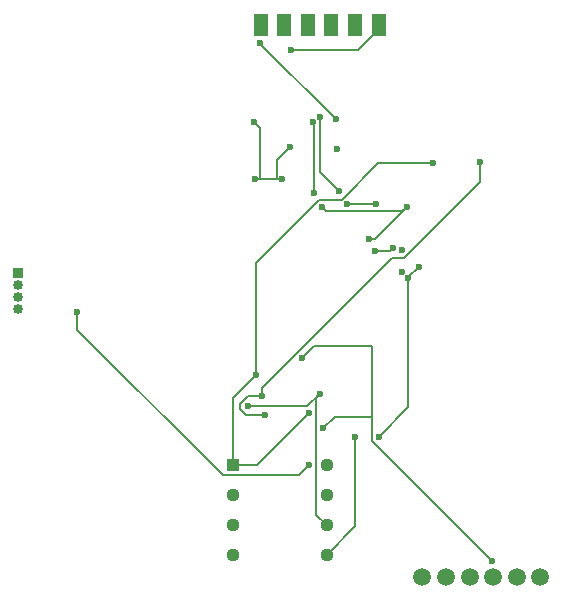
<source format=gbr>
%TF.GenerationSoftware,KiCad,Pcbnew,9.0.2*%
%TF.CreationDate,2025-08-05T13:11:17+05:30*%
%TF.ProjectId,dac,6461632e-6b69-4636-9164-5f7063625858,rev?*%
%TF.SameCoordinates,Original*%
%TF.FileFunction,Copper,L2,Bot*%
%TF.FilePolarity,Positive*%
%FSLAX46Y46*%
G04 Gerber Fmt 4.6, Leading zero omitted, Abs format (unit mm)*
G04 Created by KiCad (PCBNEW 9.0.2) date 2025-08-05 13:11:17*
%MOMM*%
%LPD*%
G01*
G04 APERTURE LIST*
%TA.AperFunction,ComponentPad*%
%ADD10R,1.270000X1.905000*%
%TD*%
%TA.AperFunction,ComponentPad*%
%ADD11R,0.850000X0.850000*%
%TD*%
%TA.AperFunction,ComponentPad*%
%ADD12C,0.850000*%
%TD*%
%TA.AperFunction,ComponentPad*%
%ADD13R,1.130000X1.130000*%
%TD*%
%TA.AperFunction,ComponentPad*%
%ADD14C,1.130000*%
%TD*%
%TA.AperFunction,ComponentPad*%
%ADD15C,1.500000*%
%TD*%
%TA.AperFunction,ViaPad*%
%ADD16C,0.600000*%
%TD*%
%TA.AperFunction,Conductor*%
%ADD17C,0.200000*%
%TD*%
G04 APERTURE END LIST*
D10*
%TO.P,J1,1,Pin_1*%
%TO.N,AGND*%
X119700000Y-66000000D03*
%TO.P,J1,2,Pin_2*%
%TO.N,LCK*%
X121652000Y-66000000D03*
%TO.P,J1,3,Pin_3*%
%TO.N,DAT*%
X123700000Y-66000000D03*
%TO.P,J1,4,Pin_4*%
%TO.N,BCK*%
X125700000Y-66000000D03*
%TO.P,J1,5,Pin_5*%
%TO.N,SCK*%
X127700000Y-66000000D03*
%TO.P,J1,6,Pin_6*%
%TO.N,GND*%
X129700000Y-66000000D03*
%TD*%
D11*
%TO.P,J3,1,Pin_1*%
%TO.N,+5V*%
X99200000Y-87000000D03*
D12*
%TO.P,J3,2,Pin_2*%
%TO.N,unconnected-(J3-Pin_2-Pad2)*%
X99200000Y-88000000D03*
%TO.P,J3,3,Pin_3*%
%TO.N,unconnected-(J3-Pin_3-Pad3)*%
X99200000Y-89000000D03*
%TO.P,J3,4,Pin_4*%
%TO.N,GND*%
X99200000Y-90000000D03*
%TD*%
D13*
%TO.P,U3,1,OUT_A*%
%TO.N,Net-(U3-OUT_A)*%
X117355000Y-103240000D03*
D14*
%TO.P,U3,2,-IN_A*%
%TO.N,Net-(U3--IN_A)*%
X117355000Y-105780000D03*
%TO.P,U3,3,+IN_A*%
%TO.N,AGND*%
X117355000Y-108320000D03*
%TO.P,U3,4,V-*%
X117355000Y-110860000D03*
%TO.P,U3,5,+IN_B*%
X125295000Y-110860000D03*
%TO.P,U3,6,-IN_B*%
%TO.N,Net-(U3--IN_B)*%
X125295000Y-108320000D03*
%TO.P,U3,7,OUT_B*%
%TO.N,Net-(U3-OUT_B)*%
X125295000Y-105780000D03*
%TO.P,U3,8,V+*%
%TO.N,+5V*%
X125295000Y-103240000D03*
%TD*%
D15*
%TO.P,RV1,1,1*%
%TO.N,Net-(C12-Pad1)*%
X137400000Y-112700000D03*
%TO.P,RV1,2,2*%
%TO.N,Net-(R5-Pad1)*%
X139400000Y-112700000D03*
%TO.P,RV1,3,3*%
%TO.N,AGND*%
X141400000Y-112700000D03*
%TO.P,RV1,4,4*%
%TO.N,Net-(C3-Pad2)*%
X135400000Y-112700000D03*
%TO.P,RV1,5,5*%
%TO.N,Net-(R6-Pad1)*%
X133400000Y-112700000D03*
%TO.P,RV1,6,6*%
%TO.N,AGND*%
X143400000Y-112700000D03*
%TD*%
D16*
%TO.N,GND*%
X122275000Y-68075000D03*
%TO.N,AGND*%
X127725000Y-100875000D03*
X129700000Y-100875000D03*
X133075000Y-86500000D03*
X132225707Y-87424293D03*
%TO.N,+5V*%
X104200000Y-90250000D03*
X123825000Y-103250000D03*
%TO.N,GND*%
X119153657Y-74174998D03*
%TO.N,AGND*%
X126075000Y-73950000D03*
X119675000Y-67500000D03*
%TO.N,GND*%
X121500000Y-79025000D03*
X119190735Y-79040735D03*
X122175000Y-76325000D03*
%TO.N,AGND*%
X131675000Y-86875000D03*
X131700000Y-85025000D03*
X126150000Y-76450000D03*
%TO.N,Net-(C10-Pad2)*%
X129437504Y-81150001D03*
X127050000Y-81150000D03*
%TO.N,Net-(C11-Pad2)*%
X132075000Y-81375000D03*
X124900000Y-81375000D03*
X128850000Y-84075000D03*
%TO.N,Net-(C12-Pad1)*%
X130900000Y-84900000D03*
X129396000Y-85134600D03*
%TO.N,Net-(U3-OUT_A)*%
X119300000Y-95600000D03*
X123829000Y-98850000D03*
X134300000Y-77700000D03*
%TO.N,Net-(U3--IN_B)*%
X124700000Y-97200000D03*
X118600000Y-98275000D03*
%TO.N,Net-(U3-OUT_B)*%
X120075000Y-99000000D03*
X138300000Y-77550000D03*
X119802474Y-97399000D03*
%TO.N,Net-(U1-OUTL)*%
X124125000Y-74225000D03*
X124225000Y-80200000D03*
%TO.N,Net-(U1-OUTR)*%
X124765693Y-73745926D03*
X126350000Y-80050000D03*
%TO.N,Net-(R5-Pad1)*%
X125029000Y-100100000D03*
X123250000Y-94150000D03*
X139325000Y-111400000D03*
%TD*%
D17*
%TO.N,GND*%
X122275000Y-68075000D02*
X127942500Y-68075000D01*
X127942500Y-68075000D02*
X129700000Y-66317500D01*
X129700000Y-66317500D02*
X129700000Y-66000000D01*
%TO.N,AGND*%
X132225707Y-87424293D02*
X132225707Y-98349293D01*
X132225707Y-98349293D02*
X129700000Y-100875000D01*
X127725000Y-100875000D02*
X127725000Y-108430000D01*
X127725000Y-108430000D02*
X125295000Y-110860000D01*
X132225707Y-87349293D02*
X133075000Y-86500000D01*
%TO.N,+5V*%
X104200000Y-91817000D02*
X104200000Y-90250000D01*
X122969000Y-104106000D02*
X116489000Y-104106000D01*
X123825000Y-103250000D02*
X122969000Y-104106000D01*
X116489000Y-104106000D02*
X104200000Y-91817000D01*
%TO.N,GND*%
X119675000Y-74696341D02*
X119153657Y-74174998D01*
X119675000Y-79025000D02*
X119675000Y-74696341D01*
X119206470Y-79025000D02*
X119675000Y-79025000D01*
X119675000Y-79025000D02*
X121100000Y-79025000D01*
%TO.N,AGND*%
X119675000Y-67550000D02*
X126075000Y-73950000D01*
X119675000Y-67500000D02*
X119675000Y-67550000D01*
%TO.N,GND*%
X121100000Y-79025000D02*
X121500000Y-79025000D01*
X121100000Y-79025000D02*
X121100000Y-77400000D01*
X121100000Y-77400000D02*
X122175000Y-76325000D01*
X119190735Y-79040735D02*
X119206470Y-79025000D01*
%TO.N,Net-(C10-Pad2)*%
X127050000Y-81150000D02*
X129437503Y-81150000D01*
X129437503Y-81150000D02*
X129437504Y-81150001D01*
%TO.N,Net-(C11-Pad2)*%
X125275000Y-81750000D02*
X131700000Y-81750000D01*
X132075000Y-81375000D02*
X129375000Y-84075000D01*
X131700000Y-81750000D02*
X132075000Y-81375000D01*
X124900000Y-81375000D02*
X125275000Y-81750000D01*
X129375000Y-84075000D02*
X128850000Y-84075000D01*
%TO.N,Net-(C12-Pad1)*%
X129396000Y-85134600D02*
X130665400Y-85134600D01*
X130665400Y-85134600D02*
X130900000Y-84900000D01*
%TO.N,Net-(U3-OUT_A)*%
X124651057Y-80774000D02*
X126576057Y-80774000D01*
X126576057Y-80774000D02*
X129650057Y-77700000D01*
X117355000Y-97545000D02*
X117355000Y-103240000D01*
X117355000Y-103240000D02*
X119439000Y-103240000D01*
X119300000Y-95600000D02*
X119300000Y-86125057D01*
X119300000Y-86125057D02*
X124651057Y-80774000D01*
X129650057Y-77700000D02*
X134300000Y-77700000D01*
X119439000Y-103240000D02*
X123829000Y-98850000D01*
X119300000Y-95600000D02*
X117355000Y-97545000D01*
%TO.N,Net-(U3--IN_B)*%
X124700000Y-97200000D02*
X124429000Y-97471000D01*
X123625000Y-98275000D02*
X118600000Y-98275000D01*
X124429000Y-97471000D02*
X124429000Y-107454000D01*
X124429000Y-107454000D02*
X125295000Y-108320000D01*
X124700000Y-97200000D02*
X123625000Y-98275000D01*
%TO.N,Net-(U3-OUT_B)*%
X119802474Y-97399000D02*
X119802474Y-96747583D01*
X118626057Y-97399000D02*
X117999000Y-98026057D01*
X131839343Y-85735600D02*
X138300000Y-79274943D01*
X118475057Y-99000000D02*
X120075000Y-99000000D01*
X138300000Y-79274943D02*
X138300000Y-77550000D01*
X119802474Y-97399000D02*
X118626057Y-97399000D01*
X119802474Y-96747583D02*
X130814457Y-85735600D01*
X117999000Y-98026057D02*
X117999000Y-98523943D01*
X117999000Y-98523943D02*
X118475057Y-99000000D01*
X130814457Y-85735600D02*
X131839343Y-85735600D01*
%TO.N,Net-(U1-OUTL)*%
X124125000Y-74225000D02*
X124225000Y-74325000D01*
X124225000Y-74325000D02*
X124225000Y-80200000D01*
%TO.N,Net-(U1-OUTR)*%
X124765693Y-73745926D02*
X124726000Y-73785619D01*
X124726000Y-73785619D02*
X124726000Y-78426000D01*
X124726000Y-78426000D02*
X126350000Y-80050000D01*
%TO.N,Net-(R5-Pad1)*%
X126004000Y-99125000D02*
X129100000Y-99125000D01*
X129100000Y-99125000D02*
X129100000Y-93150000D01*
X125029000Y-100100000D02*
X126004000Y-99125000D01*
X129100000Y-101175000D02*
X129100000Y-99125000D01*
X124250000Y-93150000D02*
X123250000Y-94150000D01*
X139325000Y-111400000D02*
X129100000Y-101175000D01*
X129100000Y-93150000D02*
X124250000Y-93150000D01*
%TO.N,AGND*%
X132225707Y-87424293D02*
X132225707Y-87349293D01*
%TD*%
M02*

</source>
